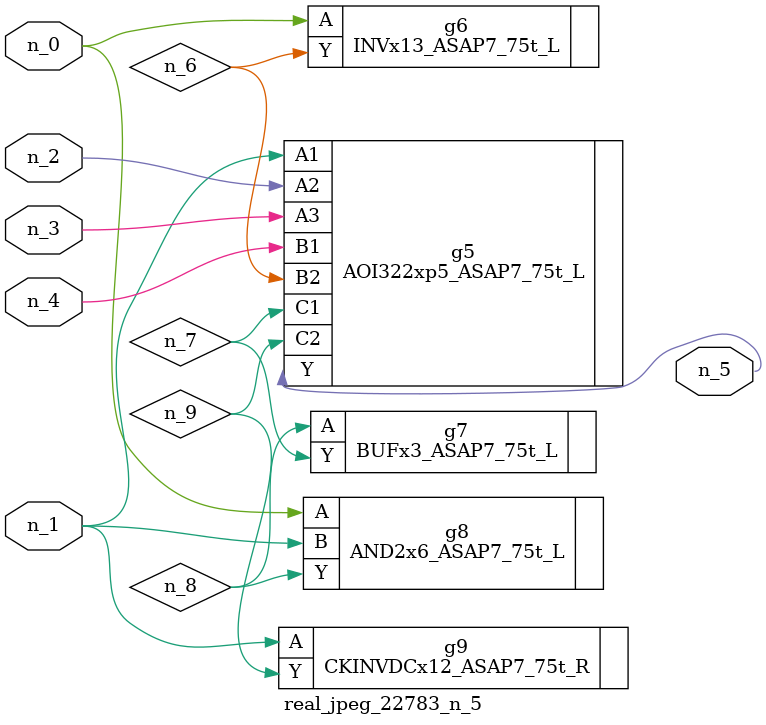
<source format=v>
module real_jpeg_22783_n_5 (n_4, n_0, n_1, n_2, n_3, n_5);

input n_4;
input n_0;
input n_1;
input n_2;
input n_3;

output n_5;

wire n_8;
wire n_6;
wire n_7;
wire n_9;

INVx13_ASAP7_75t_L g6 ( 
.A(n_0),
.Y(n_6)
);

AND2x6_ASAP7_75t_L g8 ( 
.A(n_0),
.B(n_1),
.Y(n_8)
);

AOI322xp5_ASAP7_75t_L g5 ( 
.A1(n_1),
.A2(n_2),
.A3(n_3),
.B1(n_4),
.B2(n_6),
.C1(n_7),
.C2(n_9),
.Y(n_5)
);

CKINVDCx12_ASAP7_75t_R g9 ( 
.A(n_1),
.Y(n_9)
);

BUFx3_ASAP7_75t_L g7 ( 
.A(n_8),
.Y(n_7)
);


endmodule
</source>
